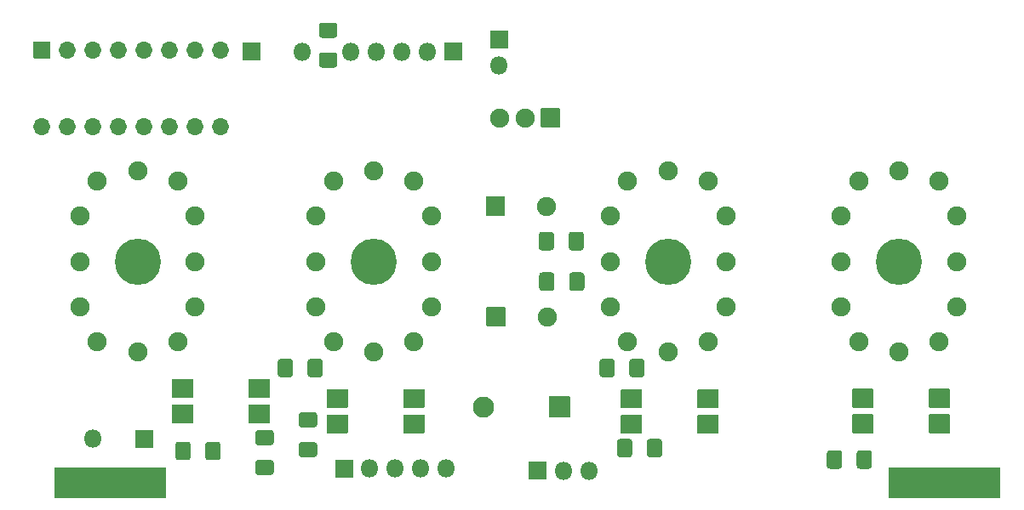
<source format=gbr>
G04 #@! TF.GenerationSoftware,KiCad,Pcbnew,(6.0.0)*
G04 #@! TF.CreationDate,2022-12-26T17:37:19+03:00*
G04 #@! TF.ProjectId,nixie display,6e697869-6520-4646-9973-706c61792e6b,rev?*
G04 #@! TF.SameCoordinates,Original*
G04 #@! TF.FileFunction,Soldermask,Bot*
G04 #@! TF.FilePolarity,Negative*
%FSLAX46Y46*%
G04 Gerber Fmt 4.6, Leading zero omitted, Abs format (unit mm)*
G04 Created by KiCad (PCBNEW (6.0.0)) date 2022-12-26 17:37:19*
%MOMM*%
%LPD*%
G01*
G04 APERTURE LIST*
%ADD10C,0.100000*%
%ADD11C,4.602000*%
%ADD12C,1.902000*%
%ADD13C,2.102000*%
%ADD14O,1.802000X1.802000*%
%ADD15O,1.902000X1.902000*%
%ADD16O,1.702000X1.702000*%
G04 APERTURE END LIST*
D10*
X125000000Y-97000000D02*
X125000000Y-100000000D01*
X125000000Y-100000000D02*
X114000000Y-100000000D01*
X114000000Y-100000000D02*
X114000000Y-97000000D01*
X114000000Y-97000000D02*
X125000000Y-97000000D01*
G36*
X125000000Y-100000000D02*
G01*
X114000000Y-100000000D01*
X114000000Y-97000000D01*
X125000000Y-97000000D01*
X125000000Y-100000000D01*
G37*
X125000000Y-100000000D02*
X114000000Y-100000000D01*
X114000000Y-97000000D01*
X125000000Y-97000000D01*
X125000000Y-100000000D01*
X208000000Y-97000000D02*
X208000000Y-100000000D01*
X208000000Y-100000000D02*
X197000000Y-100000000D01*
X197000000Y-100000000D02*
X197000000Y-97000000D01*
X197000000Y-97000000D02*
X208000000Y-97000000D01*
G36*
X208000000Y-100000000D02*
G01*
X197000000Y-100000000D01*
X197000000Y-97000000D01*
X208000000Y-97000000D01*
X208000000Y-100000000D01*
G37*
X208000000Y-100000000D02*
X197000000Y-100000000D01*
X197000000Y-97000000D01*
X208000000Y-97000000D01*
X208000000Y-100000000D01*
X125000000Y-97000000D02*
X125000000Y-100000000D01*
X125000000Y-100000000D02*
X114000000Y-100000000D01*
X114000000Y-100000000D02*
X114000000Y-97000000D01*
X114000000Y-97000000D02*
X125000000Y-97000000D01*
G36*
X125000000Y-100000000D02*
G01*
X114000000Y-100000000D01*
X114000000Y-97000000D01*
X125000000Y-97000000D01*
X125000000Y-100000000D01*
G37*
X125000000Y-100000000D02*
X114000000Y-100000000D01*
X114000000Y-97000000D01*
X125000000Y-97000000D01*
X125000000Y-100000000D01*
X208000000Y-97000000D02*
X208000000Y-100000000D01*
X208000000Y-100000000D02*
X197000000Y-100000000D01*
X197000000Y-100000000D02*
X197000000Y-97000000D01*
X197000000Y-97000000D02*
X208000000Y-97000000D01*
G36*
X208000000Y-100000000D02*
G01*
X197000000Y-100000000D01*
X197000000Y-97000000D01*
X208000000Y-97000000D01*
X208000000Y-100000000D01*
G37*
X208000000Y-100000000D02*
X197000000Y-100000000D01*
X197000000Y-97000000D01*
X208000000Y-97000000D01*
X208000000Y-100000000D01*
D11*
X122250000Y-76500000D03*
D12*
X126250000Y-84500000D03*
X128000000Y-81000000D03*
X128000000Y-76500000D03*
X128000000Y-72000000D03*
X126250000Y-68500000D03*
X122250000Y-67500000D03*
X118250000Y-68500000D03*
X116500000Y-72000000D03*
X116500000Y-76500000D03*
X116500000Y-81000000D03*
X118250000Y-84500000D03*
X122250000Y-85500000D03*
D11*
X145750000Y-76500000D03*
D12*
X149750000Y-84500000D03*
X151500000Y-81000000D03*
X151500000Y-76500000D03*
X151500000Y-72000000D03*
X149750000Y-68500000D03*
X145750000Y-67500000D03*
X141750000Y-68500000D03*
X140000000Y-72000000D03*
X140000000Y-76500000D03*
X140000000Y-81000000D03*
X141750000Y-84500000D03*
X145750000Y-85500000D03*
D11*
X175000000Y-76500000D03*
D12*
X179000000Y-84500000D03*
X180750000Y-81000000D03*
X180750000Y-76500000D03*
X180750000Y-72000000D03*
X179000000Y-68500000D03*
X175000000Y-67500000D03*
X171000000Y-68500000D03*
X169250000Y-72000000D03*
X169250000Y-76500000D03*
X169250000Y-81000000D03*
X171000000Y-84500000D03*
X175000000Y-85500000D03*
D11*
X198000000Y-76500000D03*
D12*
X202000000Y-84500000D03*
X203750000Y-81000000D03*
X203750000Y-76500000D03*
X203750000Y-72000000D03*
X202000000Y-68500000D03*
X198000000Y-67500000D03*
X194000000Y-68500000D03*
X192250000Y-72000000D03*
X192250000Y-76500000D03*
X192250000Y-81000000D03*
X194000000Y-84500000D03*
X198000000Y-85500000D03*
G36*
G01*
X156899000Y-71900000D02*
X156899000Y-70100000D01*
G75*
G02*
X156950000Y-70049000I51000J0D01*
G01*
X158750000Y-70049000D01*
G75*
G02*
X158801000Y-70100000I0J-51000D01*
G01*
X158801000Y-71900000D01*
G75*
G02*
X158750000Y-71951000I-51000J0D01*
G01*
X156950000Y-71951000D01*
G75*
G02*
X156899000Y-71900000I0J51000D01*
G01*
G37*
X162930000Y-71000000D03*
G36*
G01*
X156949000Y-82900000D02*
X156949000Y-81100000D01*
G75*
G02*
X157000000Y-81049000I51000J0D01*
G01*
X158800000Y-81049000D01*
G75*
G02*
X158851000Y-81100000I0J-51000D01*
G01*
X158851000Y-82900000D01*
G75*
G02*
X158800000Y-82951000I-51000J0D01*
G01*
X157000000Y-82951000D01*
G75*
G02*
X156949000Y-82900000I0J51000D01*
G01*
G37*
X162980000Y-82000000D03*
G36*
G01*
X172685000Y-86497001D02*
X172685000Y-87746999D01*
G75*
G02*
X172383999Y-88048000I-301001J0D01*
G01*
X171459001Y-88048000D01*
G75*
G02*
X171158000Y-87746999I0J301001D01*
G01*
X171158000Y-86497001D01*
G75*
G02*
X171459001Y-86196000I301001J0D01*
G01*
X172383999Y-86196000D01*
G75*
G02*
X172685000Y-86497001I0J-301001D01*
G01*
G37*
G36*
G01*
X169710000Y-86497001D02*
X169710000Y-87746999D01*
G75*
G02*
X169408999Y-88048000I-301001J0D01*
G01*
X168484001Y-88048000D01*
G75*
G02*
X168183000Y-87746999I0J301001D01*
G01*
X168183000Y-86497001D01*
G75*
G02*
X168484001Y-86196000I301001J0D01*
G01*
X169408999Y-86196000D01*
G75*
G02*
X169710000Y-86497001I0J-301001D01*
G01*
G37*
G36*
G01*
X165271000Y-89990000D02*
X165271000Y-91990000D01*
G75*
G02*
X165220000Y-92041000I-51000J0D01*
G01*
X163220000Y-92041000D01*
G75*
G02*
X163169000Y-91990000I0J51000D01*
G01*
X163169000Y-89990000D01*
G75*
G02*
X163220000Y-89939000I51000J0D01*
G01*
X165220000Y-89939000D01*
G75*
G02*
X165271000Y-89990000I0J-51000D01*
G01*
G37*
D13*
X156620000Y-90990000D03*
G36*
G01*
X140585001Y-52706500D02*
X141834999Y-52706500D01*
G75*
G02*
X142136000Y-53007501I0J-301001D01*
G01*
X142136000Y-53932499D01*
G75*
G02*
X141834999Y-54233500I-301001J0D01*
G01*
X140585001Y-54233500D01*
G75*
G02*
X140284000Y-53932499I0J301001D01*
G01*
X140284000Y-53007501D01*
G75*
G02*
X140585001Y-52706500I301001J0D01*
G01*
G37*
G36*
G01*
X140585001Y-55681500D02*
X141834999Y-55681500D01*
G75*
G02*
X142136000Y-55982501I0J-301001D01*
G01*
X142136000Y-56907499D01*
G75*
G02*
X141834999Y-57208500I-301001J0D01*
G01*
X140585001Y-57208500D01*
G75*
G02*
X140284000Y-56907499I0J301001D01*
G01*
X140284000Y-55982501D01*
G75*
G02*
X140585001Y-55681500I301001J0D01*
G01*
G37*
G36*
G01*
X132740000Y-54709000D02*
X134440000Y-54709000D01*
G75*
G02*
X134491000Y-54760000I0J-51000D01*
G01*
X134491000Y-56460000D01*
G75*
G02*
X134440000Y-56511000I-51000J0D01*
G01*
X132740000Y-56511000D01*
G75*
G02*
X132689000Y-56460000I0J51000D01*
G01*
X132689000Y-54760000D01*
G75*
G02*
X132740000Y-54709000I51000J0D01*
G01*
G37*
D14*
X138670000Y-55610000D03*
G36*
G01*
X164271000Y-61290000D02*
X164271000Y-63090000D01*
G75*
G02*
X164220000Y-63141000I-51000J0D01*
G01*
X162420000Y-63141000D01*
G75*
G02*
X162369000Y-63090000I0J51000D01*
G01*
X162369000Y-61290000D01*
G75*
G02*
X162420000Y-61239000I51000J0D01*
G01*
X164220000Y-61239000D01*
G75*
G02*
X164271000Y-61290000I0J-51000D01*
G01*
G37*
D15*
X160780000Y-62190000D03*
X158240000Y-62190000D03*
G36*
G01*
X162151500Y-75094999D02*
X162151500Y-73845001D01*
G75*
G02*
X162452501Y-73544000I301001J0D01*
G01*
X163377499Y-73544000D01*
G75*
G02*
X163678500Y-73845001I0J-301001D01*
G01*
X163678500Y-75094999D01*
G75*
G02*
X163377499Y-75396000I-301001J0D01*
G01*
X162452501Y-75396000D01*
G75*
G02*
X162151500Y-75094999I0J301001D01*
G01*
G37*
G36*
G01*
X165126500Y-75094999D02*
X165126500Y-73845001D01*
G75*
G02*
X165427501Y-73544000I301001J0D01*
G01*
X166352499Y-73544000D01*
G75*
G02*
X166653500Y-73845001I0J-301001D01*
G01*
X166653500Y-75094999D01*
G75*
G02*
X166352499Y-75396000I-301001J0D01*
G01*
X165427501Y-75396000D01*
G75*
G02*
X165126500Y-75094999I0J301001D01*
G01*
G37*
G36*
G01*
X162199000Y-79144999D02*
X162199000Y-77895001D01*
G75*
G02*
X162500001Y-77594000I301001J0D01*
G01*
X163424999Y-77594000D01*
G75*
G02*
X163726000Y-77895001I0J-301001D01*
G01*
X163726000Y-79144999D01*
G75*
G02*
X163424999Y-79446000I-301001J0D01*
G01*
X162500001Y-79446000D01*
G75*
G02*
X162199000Y-79144999I0J301001D01*
G01*
G37*
G36*
G01*
X165174000Y-79144999D02*
X165174000Y-77895001D01*
G75*
G02*
X165475001Y-77594000I301001J0D01*
G01*
X166399999Y-77594000D01*
G75*
G02*
X166701000Y-77895001I0J-301001D01*
G01*
X166701000Y-79144999D01*
G75*
G02*
X166399999Y-79446000I-301001J0D01*
G01*
X165475001Y-79446000D01*
G75*
G02*
X165174000Y-79144999I0J301001D01*
G01*
G37*
G36*
G01*
X134249001Y-93289500D02*
X135498999Y-93289500D01*
G75*
G02*
X135800000Y-93590501I0J-301001D01*
G01*
X135800000Y-94515499D01*
G75*
G02*
X135498999Y-94816500I-301001J0D01*
G01*
X134249001Y-94816500D01*
G75*
G02*
X133948000Y-94515499I0J301001D01*
G01*
X133948000Y-93590501D01*
G75*
G02*
X134249001Y-93289500I301001J0D01*
G01*
G37*
G36*
G01*
X134249001Y-96264500D02*
X135498999Y-96264500D01*
G75*
G02*
X135800000Y-96565501I0J-301001D01*
G01*
X135800000Y-97490499D01*
G75*
G02*
X135498999Y-97791500I-301001J0D01*
G01*
X134249001Y-97791500D01*
G75*
G02*
X133948000Y-97490499I0J301001D01*
G01*
X133948000Y-96565501D01*
G75*
G02*
X134249001Y-96264500I301001J0D01*
G01*
G37*
G36*
G01*
X140681000Y-86497001D02*
X140681000Y-87746999D01*
G75*
G02*
X140379999Y-88048000I-301001J0D01*
G01*
X139455001Y-88048000D01*
G75*
G02*
X139154000Y-87746999I0J301001D01*
G01*
X139154000Y-86497001D01*
G75*
G02*
X139455001Y-86196000I301001J0D01*
G01*
X140379999Y-86196000D01*
G75*
G02*
X140681000Y-86497001I0J-301001D01*
G01*
G37*
G36*
G01*
X137706000Y-86497001D02*
X137706000Y-87746999D01*
G75*
G02*
X137404999Y-88048000I-301001J0D01*
G01*
X136480001Y-88048000D01*
G75*
G02*
X136179000Y-87746999I0J301001D01*
G01*
X136179000Y-86497001D01*
G75*
G02*
X136480001Y-86196000I301001J0D01*
G01*
X137404999Y-86196000D01*
G75*
G02*
X137706000Y-86497001I0J-301001D01*
G01*
G37*
G36*
G01*
X126011500Y-96004999D02*
X126011500Y-94755001D01*
G75*
G02*
X126312501Y-94454000I301001J0D01*
G01*
X127237499Y-94454000D01*
G75*
G02*
X127538500Y-94755001I0J-301001D01*
G01*
X127538500Y-96004999D01*
G75*
G02*
X127237499Y-96306000I-301001J0D01*
G01*
X126312501Y-96306000D01*
G75*
G02*
X126011500Y-96004999I0J301001D01*
G01*
G37*
G36*
G01*
X128986500Y-96004999D02*
X128986500Y-94755001D01*
G75*
G02*
X129287501Y-94454000I301001J0D01*
G01*
X130212499Y-94454000D01*
G75*
G02*
X130513500Y-94755001I0J-301001D01*
G01*
X130513500Y-96004999D01*
G75*
G02*
X130212499Y-96306000I-301001J0D01*
G01*
X129287501Y-96306000D01*
G75*
G02*
X128986500Y-96004999I0J301001D01*
G01*
G37*
G36*
G01*
X138567001Y-91511500D02*
X139816999Y-91511500D01*
G75*
G02*
X140118000Y-91812501I0J-301001D01*
G01*
X140118000Y-92737499D01*
G75*
G02*
X139816999Y-93038500I-301001J0D01*
G01*
X138567001Y-93038500D01*
G75*
G02*
X138266000Y-92737499I0J301001D01*
G01*
X138266000Y-91812501D01*
G75*
G02*
X138567001Y-91511500I301001J0D01*
G01*
G37*
G36*
G01*
X138567001Y-94486500D02*
X139816999Y-94486500D01*
G75*
G02*
X140118000Y-94787501I0J-301001D01*
G01*
X140118000Y-95712499D01*
G75*
G02*
X139816999Y-96013500I-301001J0D01*
G01*
X138567001Y-96013500D01*
G75*
G02*
X138266000Y-95712499I0J301001D01*
G01*
X138266000Y-94787501D01*
G75*
G02*
X138567001Y-94486500I301001J0D01*
G01*
G37*
G36*
G01*
X174438500Y-94475001D02*
X174438500Y-95724999D01*
G75*
G02*
X174137499Y-96026000I-301001J0D01*
G01*
X173212501Y-96026000D01*
G75*
G02*
X172911500Y-95724999I0J301001D01*
G01*
X172911500Y-94475001D01*
G75*
G02*
X173212501Y-94174000I301001J0D01*
G01*
X174137499Y-94174000D01*
G75*
G02*
X174438500Y-94475001I0J-301001D01*
G01*
G37*
G36*
G01*
X171463500Y-94475001D02*
X171463500Y-95724999D01*
G75*
G02*
X171162499Y-96026000I-301001J0D01*
G01*
X170237501Y-96026000D01*
G75*
G02*
X169936500Y-95724999I0J301001D01*
G01*
X169936500Y-94475001D01*
G75*
G02*
X170237501Y-94174000I301001J0D01*
G01*
X171162499Y-94174000D01*
G75*
G02*
X171463500Y-94475001I0J-301001D01*
G01*
G37*
G36*
G01*
X195308500Y-95605001D02*
X195308500Y-96854999D01*
G75*
G02*
X195007499Y-97156000I-301001J0D01*
G01*
X194082501Y-97156000D01*
G75*
G02*
X193781500Y-96854999I0J301001D01*
G01*
X193781500Y-95605001D01*
G75*
G02*
X194082501Y-95304000I301001J0D01*
G01*
X195007499Y-95304000D01*
G75*
G02*
X195308500Y-95605001I0J-301001D01*
G01*
G37*
G36*
G01*
X192333500Y-95605001D02*
X192333500Y-96854999D01*
G75*
G02*
X192032499Y-97156000I-301001J0D01*
G01*
X191107501Y-97156000D01*
G75*
G02*
X190806500Y-96854999I0J301001D01*
G01*
X190806500Y-95605001D01*
G75*
G02*
X191107501Y-95304000I301001J0D01*
G01*
X192032499Y-95304000D01*
G75*
G02*
X192333500Y-95605001I0J-301001D01*
G01*
G37*
G36*
G01*
X125695000Y-92584000D02*
X125695000Y-90804000D01*
G75*
G02*
X125746000Y-90753000I51000J0D01*
G01*
X127746000Y-90753000D01*
G75*
G02*
X127797000Y-90804000I0J-51000D01*
G01*
X127797000Y-92584000D01*
G75*
G02*
X127746000Y-92635000I-51000J0D01*
G01*
X125746000Y-92635000D01*
G75*
G02*
X125695000Y-92584000I0J51000D01*
G01*
G37*
G36*
G01*
X125695000Y-90044000D02*
X125695000Y-88264000D01*
G75*
G02*
X125746000Y-88213000I51000J0D01*
G01*
X127746000Y-88213000D01*
G75*
G02*
X127797000Y-88264000I0J-51000D01*
G01*
X127797000Y-90044000D01*
G75*
G02*
X127746000Y-90095000I-51000J0D01*
G01*
X125746000Y-90095000D01*
G75*
G02*
X125695000Y-90044000I0J51000D01*
G01*
G37*
G36*
G01*
X133315000Y-90044000D02*
X133315000Y-88264000D01*
G75*
G02*
X133366000Y-88213000I51000J0D01*
G01*
X135366000Y-88213000D01*
G75*
G02*
X135417000Y-88264000I0J-51000D01*
G01*
X135417000Y-90044000D01*
G75*
G02*
X135366000Y-90095000I-51000J0D01*
G01*
X133366000Y-90095000D01*
G75*
G02*
X133315000Y-90044000I0J51000D01*
G01*
G37*
G36*
G01*
X133315000Y-92584000D02*
X133315000Y-90804000D01*
G75*
G02*
X133366000Y-90753000I51000J0D01*
G01*
X135366000Y-90753000D01*
G75*
G02*
X135417000Y-90804000I0J-51000D01*
G01*
X135417000Y-92584000D01*
G75*
G02*
X135366000Y-92635000I-51000J0D01*
G01*
X133366000Y-92635000D01*
G75*
G02*
X133315000Y-92584000I0J51000D01*
G01*
G37*
G36*
G01*
X141069000Y-93570000D02*
X141069000Y-91790000D01*
G75*
G02*
X141120000Y-91739000I51000J0D01*
G01*
X143120000Y-91739000D01*
G75*
G02*
X143171000Y-91790000I0J-51000D01*
G01*
X143171000Y-93570000D01*
G75*
G02*
X143120000Y-93621000I-51000J0D01*
G01*
X141120000Y-93621000D01*
G75*
G02*
X141069000Y-93570000I0J51000D01*
G01*
G37*
G36*
G01*
X141069000Y-91030000D02*
X141069000Y-89250000D01*
G75*
G02*
X141120000Y-89199000I51000J0D01*
G01*
X143120000Y-89199000D01*
G75*
G02*
X143171000Y-89250000I0J-51000D01*
G01*
X143171000Y-91030000D01*
G75*
G02*
X143120000Y-91081000I-51000J0D01*
G01*
X141120000Y-91081000D01*
G75*
G02*
X141069000Y-91030000I0J51000D01*
G01*
G37*
G36*
G01*
X148689000Y-91030000D02*
X148689000Y-89250000D01*
G75*
G02*
X148740000Y-89199000I51000J0D01*
G01*
X150740000Y-89199000D01*
G75*
G02*
X150791000Y-89250000I0J-51000D01*
G01*
X150791000Y-91030000D01*
G75*
G02*
X150740000Y-91081000I-51000J0D01*
G01*
X148740000Y-91081000D01*
G75*
G02*
X148689000Y-91030000I0J51000D01*
G01*
G37*
G36*
G01*
X148689000Y-93570000D02*
X148689000Y-91790000D01*
G75*
G02*
X148740000Y-91739000I51000J0D01*
G01*
X150740000Y-91739000D01*
G75*
G02*
X150791000Y-91790000I0J-51000D01*
G01*
X150791000Y-93570000D01*
G75*
G02*
X150740000Y-93621000I-51000J0D01*
G01*
X148740000Y-93621000D01*
G75*
G02*
X148689000Y-93570000I0J51000D01*
G01*
G37*
G36*
G01*
X170329000Y-93610000D02*
X170329000Y-91830000D01*
G75*
G02*
X170380000Y-91779000I51000J0D01*
G01*
X172380000Y-91779000D01*
G75*
G02*
X172431000Y-91830000I0J-51000D01*
G01*
X172431000Y-93610000D01*
G75*
G02*
X172380000Y-93661000I-51000J0D01*
G01*
X170380000Y-93661000D01*
G75*
G02*
X170329000Y-93610000I0J51000D01*
G01*
G37*
G36*
G01*
X170329000Y-91070000D02*
X170329000Y-89290000D01*
G75*
G02*
X170380000Y-89239000I51000J0D01*
G01*
X172380000Y-89239000D01*
G75*
G02*
X172431000Y-89290000I0J-51000D01*
G01*
X172431000Y-91070000D01*
G75*
G02*
X172380000Y-91121000I-51000J0D01*
G01*
X170380000Y-91121000D01*
G75*
G02*
X170329000Y-91070000I0J51000D01*
G01*
G37*
G36*
G01*
X177949000Y-91070000D02*
X177949000Y-89290000D01*
G75*
G02*
X178000000Y-89239000I51000J0D01*
G01*
X180000000Y-89239000D01*
G75*
G02*
X180051000Y-89290000I0J-51000D01*
G01*
X180051000Y-91070000D01*
G75*
G02*
X180000000Y-91121000I-51000J0D01*
G01*
X178000000Y-91121000D01*
G75*
G02*
X177949000Y-91070000I0J51000D01*
G01*
G37*
G36*
G01*
X177949000Y-93610000D02*
X177949000Y-91830000D01*
G75*
G02*
X178000000Y-91779000I51000J0D01*
G01*
X180000000Y-91779000D01*
G75*
G02*
X180051000Y-91830000I0J-51000D01*
G01*
X180051000Y-93610000D01*
G75*
G02*
X180000000Y-93661000I-51000J0D01*
G01*
X178000000Y-93661000D01*
G75*
G02*
X177949000Y-93610000I0J51000D01*
G01*
G37*
G36*
G01*
X193339000Y-93560000D02*
X193339000Y-91780000D01*
G75*
G02*
X193390000Y-91729000I51000J0D01*
G01*
X195390000Y-91729000D01*
G75*
G02*
X195441000Y-91780000I0J-51000D01*
G01*
X195441000Y-93560000D01*
G75*
G02*
X195390000Y-93611000I-51000J0D01*
G01*
X193390000Y-93611000D01*
G75*
G02*
X193339000Y-93560000I0J51000D01*
G01*
G37*
G36*
G01*
X193339000Y-91020000D02*
X193339000Y-89240000D01*
G75*
G02*
X193390000Y-89189000I51000J0D01*
G01*
X195390000Y-89189000D01*
G75*
G02*
X195441000Y-89240000I0J-51000D01*
G01*
X195441000Y-91020000D01*
G75*
G02*
X195390000Y-91071000I-51000J0D01*
G01*
X193390000Y-91071000D01*
G75*
G02*
X193339000Y-91020000I0J51000D01*
G01*
G37*
G36*
G01*
X200959000Y-91020000D02*
X200959000Y-89240000D01*
G75*
G02*
X201010000Y-89189000I51000J0D01*
G01*
X203010000Y-89189000D01*
G75*
G02*
X203061000Y-89240000I0J-51000D01*
G01*
X203061000Y-91020000D01*
G75*
G02*
X203010000Y-91071000I-51000J0D01*
G01*
X201010000Y-91071000D01*
G75*
G02*
X200959000Y-91020000I0J51000D01*
G01*
G37*
G36*
G01*
X200959000Y-93560000D02*
X200959000Y-91780000D01*
G75*
G02*
X201010000Y-91729000I51000J0D01*
G01*
X203010000Y-91729000D01*
G75*
G02*
X203061000Y-91780000I0J-51000D01*
G01*
X203061000Y-93560000D01*
G75*
G02*
X203010000Y-93611000I-51000J0D01*
G01*
X201010000Y-93611000D01*
G75*
G02*
X200959000Y-93560000I0J51000D01*
G01*
G37*
G36*
G01*
X141950000Y-96249000D02*
X143650000Y-96249000D01*
G75*
G02*
X143701000Y-96300000I0J-51000D01*
G01*
X143701000Y-98000000D01*
G75*
G02*
X143650000Y-98051000I-51000J0D01*
G01*
X141950000Y-98051000D01*
G75*
G02*
X141899000Y-98000000I0J51000D01*
G01*
X141899000Y-96300000D01*
G75*
G02*
X141950000Y-96249000I51000J0D01*
G01*
G37*
D14*
X145340000Y-97150000D03*
X147880000Y-97150000D03*
X150420000Y-97150000D03*
X152960000Y-97150000D03*
G36*
G01*
X154480000Y-56501000D02*
X152780000Y-56501000D01*
G75*
G02*
X152729000Y-56450000I0J51000D01*
G01*
X152729000Y-54750000D01*
G75*
G02*
X152780000Y-54699000I51000J0D01*
G01*
X154480000Y-54699000D01*
G75*
G02*
X154531000Y-54750000I0J-51000D01*
G01*
X154531000Y-56450000D01*
G75*
G02*
X154480000Y-56501000I-51000J0D01*
G01*
G37*
X151090000Y-55600000D03*
X148550000Y-55600000D03*
X146010000Y-55600000D03*
X143470000Y-55600000D03*
G36*
G01*
X159101000Y-53570000D02*
X159101000Y-55270000D01*
G75*
G02*
X159050000Y-55321000I-51000J0D01*
G01*
X157350000Y-55321000D01*
G75*
G02*
X157299000Y-55270000I0J51000D01*
G01*
X157299000Y-53570000D01*
G75*
G02*
X157350000Y-53519000I51000J0D01*
G01*
X159050000Y-53519000D01*
G75*
G02*
X159101000Y-53570000I0J-51000D01*
G01*
G37*
X158200000Y-56960000D03*
G36*
G01*
X123770000Y-95081000D02*
X122070000Y-95081000D01*
G75*
G02*
X122019000Y-95030000I0J51000D01*
G01*
X122019000Y-93330000D01*
G75*
G02*
X122070000Y-93279000I51000J0D01*
G01*
X123770000Y-93279000D01*
G75*
G02*
X123821000Y-93330000I0J-51000D01*
G01*
X123821000Y-95030000D01*
G75*
G02*
X123770000Y-95081000I-51000J0D01*
G01*
G37*
X117840000Y-94180000D03*
G36*
G01*
X161190000Y-96439000D02*
X162890000Y-96439000D01*
G75*
G02*
X162941000Y-96490000I0J-51000D01*
G01*
X162941000Y-98190000D01*
G75*
G02*
X162890000Y-98241000I-51000J0D01*
G01*
X161190000Y-98241000D01*
G75*
G02*
X161139000Y-98190000I0J51000D01*
G01*
X161139000Y-96490000D01*
G75*
G02*
X161190000Y-96439000I51000J0D01*
G01*
G37*
X164580000Y-97340000D03*
X167120000Y-97340000D03*
G36*
G01*
X111950000Y-54589000D02*
X113550000Y-54589000D01*
G75*
G02*
X113601000Y-54640000I0J-51000D01*
G01*
X113601000Y-56240000D01*
G75*
G02*
X113550000Y-56291000I-51000J0D01*
G01*
X111950000Y-56291000D01*
G75*
G02*
X111899000Y-56240000I0J51000D01*
G01*
X111899000Y-54640000D01*
G75*
G02*
X111950000Y-54589000I51000J0D01*
G01*
G37*
D16*
X115290000Y-55440000D03*
X117830000Y-55440000D03*
X120370000Y-55440000D03*
X122910000Y-55440000D03*
X125450000Y-55440000D03*
X127990000Y-55440000D03*
X130530000Y-55440000D03*
X130530000Y-63060000D03*
X127990000Y-63060000D03*
X125450000Y-63060000D03*
X122910000Y-63060000D03*
X120370000Y-63060000D03*
X117830000Y-63060000D03*
X115290000Y-63060000D03*
X112750000Y-63060000D03*
M02*

</source>
